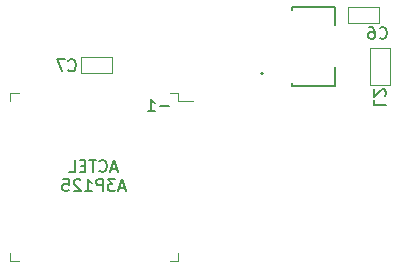
<source format=gbr>
%TF.GenerationSoftware,KiCad,Pcbnew,(6.0.2)*%
%TF.CreationDate,2022-11-22T14:27:25-06:00*%
%TF.ProjectId,REF1936,52454631-3933-4362-9e6b-696361645f70,rev?*%
%TF.SameCoordinates,Original*%
%TF.FileFunction,Legend,Bot*%
%TF.FilePolarity,Positive*%
%FSLAX46Y46*%
G04 Gerber Fmt 4.6, Leading zero omitted, Abs format (unit mm)*
G04 Created by KiCad (PCBNEW (6.0.2)) date 2022-11-22 14:27:25*
%MOMM*%
%LPD*%
G01*
G04 APERTURE LIST*
%ADD10C,0.100000*%
%ADD11C,0.150000*%
%ADD12C,0.127000*%
%ADD13C,0.200000*%
%ADD14C,0.120000*%
G04 APERTURE END LIST*
D10*
X165862000Y-79289500D02*
X167503000Y-79289500D01*
X167503000Y-79289500D02*
X167503000Y-76176500D01*
X167503000Y-76176500D02*
X165862000Y-76176500D01*
X165862000Y-76176500D02*
X165862000Y-79289500D01*
X141359000Y-76993000D02*
X143995000Y-76993000D01*
X143995000Y-76993000D02*
X143995000Y-78323000D01*
X143995000Y-78323000D02*
X141359000Y-78323000D01*
X141359000Y-78323000D02*
X141359000Y-76993000D01*
X163974500Y-72748500D02*
X166610500Y-72748500D01*
X166610500Y-72748500D02*
X166610500Y-74078500D01*
X166610500Y-74078500D02*
X163974500Y-74078500D01*
X163974500Y-74078500D02*
X163974500Y-72748500D01*
D11*
X144414190Y-86406666D02*
X143938000Y-86406666D01*
X144509428Y-86692380D02*
X144176095Y-85692380D01*
X143842761Y-86692380D01*
X142938000Y-86597142D02*
X142985619Y-86644761D01*
X143128476Y-86692380D01*
X143223714Y-86692380D01*
X143366571Y-86644761D01*
X143461809Y-86549523D01*
X143509428Y-86454285D01*
X143557047Y-86263809D01*
X143557047Y-86120952D01*
X143509428Y-85930476D01*
X143461809Y-85835238D01*
X143366571Y-85740000D01*
X143223714Y-85692380D01*
X143128476Y-85692380D01*
X142985619Y-85740000D01*
X142938000Y-85787619D01*
X142652285Y-85692380D02*
X142080857Y-85692380D01*
X142366571Y-86692380D02*
X142366571Y-85692380D01*
X141747523Y-86168571D02*
X141414190Y-86168571D01*
X141271333Y-86692380D02*
X141747523Y-86692380D01*
X141747523Y-85692380D01*
X141271333Y-85692380D01*
X140366571Y-86692380D02*
X140842761Y-86692380D01*
X140842761Y-85692380D01*
X145080857Y-88016666D02*
X144604666Y-88016666D01*
X145176095Y-88302380D02*
X144842761Y-87302380D01*
X144509428Y-88302380D01*
X144271333Y-87302380D02*
X143652285Y-87302380D01*
X143985619Y-87683333D01*
X143842761Y-87683333D01*
X143747523Y-87730952D01*
X143699904Y-87778571D01*
X143652285Y-87873809D01*
X143652285Y-88111904D01*
X143699904Y-88207142D01*
X143747523Y-88254761D01*
X143842761Y-88302380D01*
X144128476Y-88302380D01*
X144223714Y-88254761D01*
X144271333Y-88207142D01*
X143223714Y-88302380D02*
X143223714Y-87302380D01*
X142842761Y-87302380D01*
X142747523Y-87350000D01*
X142699904Y-87397619D01*
X142652285Y-87492857D01*
X142652285Y-87635714D01*
X142699904Y-87730952D01*
X142747523Y-87778571D01*
X142842761Y-87826190D01*
X143223714Y-87826190D01*
X141699904Y-88302380D02*
X142271333Y-88302380D01*
X141985619Y-88302380D02*
X141985619Y-87302380D01*
X142080857Y-87445238D01*
X142176095Y-87540476D01*
X142271333Y-87588095D01*
X141318952Y-87397619D02*
X141271333Y-87350000D01*
X141176095Y-87302380D01*
X140938000Y-87302380D01*
X140842761Y-87350000D01*
X140795142Y-87397619D01*
X140747523Y-87492857D01*
X140747523Y-87588095D01*
X140795142Y-87730952D01*
X141366571Y-88302380D01*
X140747523Y-88302380D01*
X139842761Y-87302380D02*
X140318952Y-87302380D01*
X140366571Y-87778571D01*
X140318952Y-87730952D01*
X140223714Y-87683333D01*
X139985619Y-87683333D01*
X139890380Y-87730952D01*
X139842761Y-87778571D01*
X139795142Y-87873809D01*
X139795142Y-88111904D01*
X139842761Y-88207142D01*
X139890380Y-88254761D01*
X139985619Y-88302380D01*
X140223714Y-88302380D01*
X140318952Y-88254761D01*
X140366571Y-88207142D01*
X148790142Y-81145428D02*
X148028238Y-81145428D01*
X147028238Y-81526380D02*
X147599666Y-81526380D01*
X147313952Y-81526380D02*
X147313952Y-80526380D01*
X147409190Y-80669238D01*
X147504428Y-80764476D01*
X147599666Y-80812095D01*
%TO.C,L2*%
X166196619Y-80561666D02*
X166196619Y-81037857D01*
X167196619Y-81037857D01*
X167101380Y-80275952D02*
X167149000Y-80228333D01*
X167196619Y-80133095D01*
X167196619Y-79895000D01*
X167149000Y-79799761D01*
X167101380Y-79752142D01*
X167006142Y-79704523D01*
X166910904Y-79704523D01*
X166768047Y-79752142D01*
X166196619Y-80323571D01*
X166196619Y-79704523D01*
%TO.C,C7*%
X140315166Y-78070642D02*
X140362785Y-78118261D01*
X140505642Y-78165880D01*
X140600880Y-78165880D01*
X140743738Y-78118261D01*
X140838976Y-78023023D01*
X140886595Y-77927785D01*
X140934214Y-77737309D01*
X140934214Y-77594452D01*
X140886595Y-77403976D01*
X140838976Y-77308738D01*
X140743738Y-77213500D01*
X140600880Y-77165880D01*
X140505642Y-77165880D01*
X140362785Y-77213500D01*
X140315166Y-77261119D01*
X139981833Y-77165880D02*
X139315166Y-77165880D01*
X139743738Y-78165880D01*
%TO.C,C6*%
X166649666Y-75335142D02*
X166697285Y-75382761D01*
X166840142Y-75430380D01*
X166935380Y-75430380D01*
X167078238Y-75382761D01*
X167173476Y-75287523D01*
X167221095Y-75192285D01*
X167268714Y-75001809D01*
X167268714Y-74858952D01*
X167221095Y-74668476D01*
X167173476Y-74573238D01*
X167078238Y-74478000D01*
X166935380Y-74430380D01*
X166840142Y-74430380D01*
X166697285Y-74478000D01*
X166649666Y-74525619D01*
X165792523Y-74430380D02*
X165983000Y-74430380D01*
X166078238Y-74478000D01*
X166125857Y-74525619D01*
X166221095Y-74668476D01*
X166268714Y-74858952D01*
X166268714Y-75239904D01*
X166221095Y-75335142D01*
X166173476Y-75382761D01*
X166078238Y-75430380D01*
X165887761Y-75430380D01*
X165792523Y-75382761D01*
X165744904Y-75335142D01*
X165697285Y-75239904D01*
X165697285Y-75001809D01*
X165744904Y-74906571D01*
X165792523Y-74858952D01*
X165887761Y-74811333D01*
X166078238Y-74811333D01*
X166173476Y-74858952D01*
X166221095Y-74906571D01*
X166268714Y-75001809D01*
D12*
%TO.C,U2*%
X159200000Y-72969000D02*
X159200000Y-72719000D01*
X162920000Y-77839000D02*
X162920000Y-79439000D01*
X159200000Y-72719000D02*
X162920000Y-72719000D01*
X162920000Y-72719000D02*
X162920000Y-74209000D01*
X159200000Y-79439000D02*
X159200000Y-79179000D01*
X159200000Y-79439000D02*
X162920000Y-79439000D01*
D13*
X156787000Y-78369000D02*
G75*
G03*
X156787000Y-78369000I-100000J0D01*
G01*
D14*
%TO.C,U6*%
X135383500Y-80003000D02*
X135383500Y-80703000D01*
X149603500Y-80003000D02*
X149603500Y-80703000D01*
X135383500Y-94223000D02*
X135383500Y-93523000D01*
X149603500Y-80703000D02*
X150893500Y-80703000D01*
X136083500Y-94223000D02*
X135383500Y-94223000D01*
X148903500Y-94223000D02*
X149603500Y-94223000D01*
X136083500Y-80003000D02*
X135383500Y-80003000D01*
X149603500Y-94223000D02*
X149603500Y-93523000D01*
X148903500Y-80003000D02*
X149603500Y-80003000D01*
%TD*%
M02*

</source>
